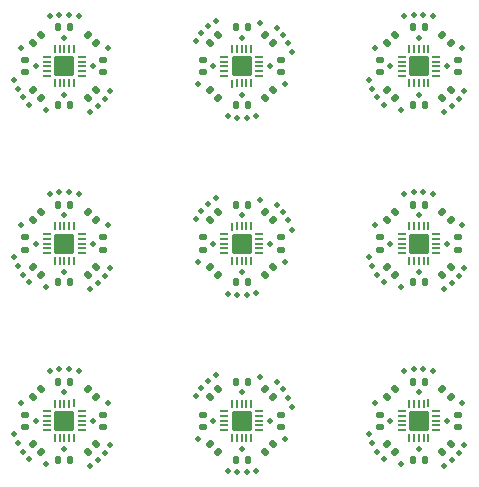
<source format=gbr>
%TF.GenerationSoftware,KiCad,Pcbnew,8.0.5-dirty*%
%TF.CreationDate,2025-01-28T00:49:07-05:00*%
%TF.ProjectId,prrpls406-panel,70727270-6c73-4343-9036-2d70616e656c,rev?*%
%TF.SameCoordinates,Original*%
%TF.FileFunction,Soldermask,Bot*%
%TF.FilePolarity,Negative*%
%FSLAX46Y46*%
G04 Gerber Fmt 4.6, Leading zero omitted, Abs format (unit mm)*
G04 Created by KiCad (PCBNEW 8.0.5-dirty) date 2025-01-28 00:49:07*
%MOMM*%
%LPD*%
G01*
G04 APERTURE LIST*
G04 Aperture macros list*
%AMRoundRect*
0 Rectangle with rounded corners*
0 $1 Rounding radius*
0 $2 $3 $4 $5 $6 $7 $8 $9 X,Y pos of 4 corners*
0 Add a 4 corners polygon primitive as box body*
4,1,4,$2,$3,$4,$5,$6,$7,$8,$9,$2,$3,0*
0 Add four circle primitives for the rounded corners*
1,1,$1+$1,$2,$3*
1,1,$1+$1,$4,$5*
1,1,$1+$1,$6,$7*
1,1,$1+$1,$8,$9*
0 Add four rect primitives between the rounded corners*
20,1,$1+$1,$2,$3,$4,$5,0*
20,1,$1+$1,$4,$5,$6,$7,0*
20,1,$1+$1,$6,$7,$8,$9,0*
20,1,$1+$1,$8,$9,$2,$3,0*%
G04 Aperture macros list end*
%ADD10C,0.500000*%
%ADD11RoundRect,0.042500X0.307500X-0.042500X0.307500X0.042500X-0.307500X0.042500X-0.307500X-0.042500X0*%
%ADD12RoundRect,0.042500X0.042500X0.307500X-0.042500X0.307500X-0.042500X-0.307500X0.042500X-0.307500X0*%
%ADD13RoundRect,0.170000X0.680000X0.680000X-0.680000X0.680000X-0.680000X-0.680000X0.680000X-0.680000X0*%
%ADD14RoundRect,0.135000X0.185000X-0.135000X0.185000X0.135000X-0.185000X0.135000X-0.185000X-0.135000X0*%
%ADD15RoundRect,0.135000X-0.226274X-0.035355X-0.035355X-0.226274X0.226274X0.035355X0.035355X0.226274X0*%
%ADD16RoundRect,0.135000X0.135000X0.185000X-0.135000X0.185000X-0.135000X-0.185000X0.135000X-0.185000X0*%
%ADD17RoundRect,0.135000X0.035355X-0.226274X0.226274X-0.035355X-0.035355X0.226274X-0.226274X0.035355X0*%
%ADD18RoundRect,0.135000X0.226274X0.035355X0.035355X0.226274X-0.226274X-0.035355X-0.035355X-0.226274X0*%
%ADD19RoundRect,0.135000X-0.035355X0.226274X-0.226274X0.035355X0.035355X-0.226274X0.226274X-0.035355X0*%
%ADD20RoundRect,0.135000X-0.135000X-0.185000X0.135000X-0.185000X0.135000X0.185000X-0.135000X0.185000X0*%
%ADD21RoundRect,0.042500X-0.307500X0.042500X-0.307500X-0.042500X0.307500X-0.042500X0.307500X0.042500X0*%
%ADD22RoundRect,0.042500X-0.042500X-0.307500X0.042500X-0.307500X0.042500X0.307500X-0.042500X0.307500X0*%
%ADD23RoundRect,0.170000X-0.680000X-0.680000X0.680000X-0.680000X0.680000X0.680000X-0.680000X0.680000X0*%
%ADD24RoundRect,0.135000X-0.185000X0.135000X-0.185000X-0.135000X0.185000X-0.135000X0.185000X0.135000X0*%
G04 APERTURE END LIST*
D10*
%TO.C,H2*%
X25529510Y-20304175D03*
%TD*%
%TO.C,H2*%
X7468042Y-27695213D03*
%TD*%
%TO.C,KiKit_MB_6_5*%
X22826131Y-13239695D03*
%TD*%
%TO.C,KiKit_MB_12_5*%
X10200244Y-19767586D03*
%TD*%
%TO.C,KiKit_MB_1_2*%
X6017721Y-12234933D03*
%TD*%
%TO.C,H2*%
X7468042Y-12695213D03*
%TD*%
%TO.C,KiKit_MB_7_2*%
X36017720Y-12234933D03*
%TD*%
%TO.C,H3*%
X42694294Y-37468961D03*
%TD*%
%TO.C,KiKit_MB_3_4*%
X9393976Y-4617698D03*
%TD*%
%TO.C,KiKit_MB_14_2*%
X20140446Y-21888078D03*
%TD*%
%TO.C,KiKit_MB_1_3*%
X5471749Y-11627860D03*
%TD*%
%TO.C,KiKit_MB_7_4*%
X35046706Y-10930827D03*
%TD*%
%TO.C,KiKit_MB_13_5*%
X28234580Y-22814292D03*
%TD*%
%TO.C,H1*%
X27694295Y-10530427D03*
%TD*%
%TO.C,H2*%
X25529510Y-5304175D03*
%TD*%
%TO.C,KiKit_MB_15_4*%
X23629678Y-28382723D03*
%TD*%
%TO.C,KiKit_MB_8_3*%
X42412624Y-11773808D03*
%TD*%
%TO.C,KiKit_MB_20_3*%
X12412911Y-41774035D03*
%TD*%
%TO.C,KiKit_MB_16_3*%
X35471940Y-26627717D03*
%TD*%
%TO.C,KiKit_MB_13_4*%
X27940956Y-22048369D03*
%TD*%
%TO.C,KiKit_MB_24_3*%
X24445790Y-43375769D03*
%TD*%
%TO.C,KiKit_MB_11_4*%
X11840871Y-27356409D03*
%TD*%
%TO.C,KiKit_MB_20_4*%
X11840871Y-42356409D03*
%TD*%
%TO.C,KiKit_MB_22_5*%
X28234580Y-37814292D03*
%TD*%
%TO.C,H3*%
X20303258Y-25530427D03*
%TD*%
%TO.C,KiKit_MB_19_2*%
X6017771Y-42234876D03*
%TD*%
%TO.C,H2*%
X25529510Y-35304175D03*
%TD*%
%TO.C,KiKit_MB_4_5*%
X28234580Y-7814293D03*
%TD*%
%TO.C,KiKit_MB_24_5*%
X22826211Y-43239416D03*
%TD*%
%TO.C,KiKit_MB_14_3*%
X20599349Y-21208753D03*
%TD*%
%TO.C,KiKit_MB_27_2*%
X37768859Y-34776601D03*
%TD*%
%TO.C,KiKit_MB_2_2*%
X12867290Y-11095677D03*
%TD*%
%TO.C,KiKit_MB_10_4*%
X5046424Y-25930962D03*
%TD*%
%TO.C,KiKit_MB_2_4*%
X11841028Y-12356594D03*
%TD*%
%TO.C,H2*%
X7468042Y-42695213D03*
%TD*%
%TO.C,KiKit_MB_17_3*%
X42412624Y-26773808D03*
%TD*%
%TO.C,H3*%
X42694294Y-22468961D03*
%TD*%
%TO.C,KiKit_MB_9_5*%
X40200133Y-4768007D03*
%TD*%
%TO.C,KiKit_MB_23_5*%
X21850676Y-35159898D03*
%TD*%
%TO.C,H3*%
X12694294Y-7468961D03*
%TD*%
%TO.C,KiKit_MB_2_3*%
X12412911Y-11774035D03*
%TD*%
%TO.C,KiKit_MB_26_4*%
X41840871Y-42356409D03*
%TD*%
%TO.C,H1*%
X27694295Y-25530427D03*
%TD*%
%TO.C,KiKit_MB_23_3*%
X20599183Y-36208616D03*
%TD*%
%TO.C,H1*%
X5303257Y-37468961D03*
%TD*%
%TO.C,KiKit_MB_13_2*%
X26957253Y-20744265D03*
%TD*%
%TO.C,KiKit_MB_26_3*%
X42412624Y-41773808D03*
%TD*%
%TO.C,KiKit_MB_5_2*%
X20140446Y-6888079D03*
%TD*%
%TO.C,KiKit_MB_16_5*%
X34757286Y-25167363D03*
%TD*%
%TO.C,KiKit_MB_25_5*%
X34756823Y-40167480D03*
%TD*%
%TO.C,KiKit_MB_22_4*%
X27940956Y-37048369D03*
%TD*%
%TO.C,KiKit_MB_11_3*%
X12412911Y-26774035D03*
%TD*%
%TO.C,KiKit_MB_4_4*%
X27940956Y-7048370D03*
%TD*%
%TO.C,H3*%
X20303258Y-10530427D03*
%TD*%
%TO.C,KiKit_MB_18_4*%
X39393976Y-19617697D03*
%TD*%
%TO.C,KiKit_MB_26_2*%
X42866953Y-41095481D03*
%TD*%
%TO.C,KiKit_MB_24_2*%
X25246677Y-43218307D03*
%TD*%
%TO.C,KiKit_MB_14_5*%
X21850921Y-20160314D03*
%TD*%
%TO.C,KiKit_MB_20_2*%
X12866953Y-41095481D03*
%TD*%
%TO.C,H2*%
X37468042Y-12695213D03*
%TD*%
%TO.C,KiKit_MB_25_3*%
X35471940Y-41627717D03*
%TD*%
%TO.C,KiKit_MB_17_2*%
X42866953Y-26095481D03*
%TD*%
%TO.C,H2*%
X37468042Y-42695213D03*
%TD*%
%TO.C,KiKit_MB_8_2*%
X42866953Y-11095481D03*
%TD*%
%TO.C,KiKit_MB_10_2*%
X6017771Y-27234876D03*
%TD*%
%TO.C,KiKit_MB_22_2*%
X26957253Y-35744265D03*
%TD*%
%TO.C,H1*%
X5303257Y-7468961D03*
%TD*%
%TO.C,KiKit_MB_19_5*%
X4757287Y-40167363D03*
%TD*%
%TO.C,KiKit_MB_15_5*%
X22826109Y-28239769D03*
%TD*%
%TO.C,KiKit_MB_23_4*%
X21175721Y-35625629D03*
%TD*%
%TO.C,KiKit_MB_9_3*%
X38573975Y-4621742D03*
%TD*%
%TO.C,KiKit_MB_11_2*%
X12866953Y-26095481D03*
%TD*%
%TO.C,KiKit_MB_26_5*%
X41171862Y-42824079D03*
%TD*%
%TO.C,KiKit_MB_6_2*%
X25246823Y-13218765D03*
%TD*%
%TO.C,KiKit_MB_25_2*%
X36017720Y-42234933D03*
%TD*%
%TO.C,KiKit_MB_5_4*%
X21175926Y-5625883D03*
%TD*%
%TO.C,KiKit_MB_20_5*%
X11171862Y-42824079D03*
%TD*%
%TO.C,H2*%
X37468042Y-27695213D03*
%TD*%
%TO.C,KiKit_MB_24_4*%
X23629678Y-43382723D03*
%TD*%
%TO.C,KiKit_MB_9_4*%
X39393976Y-4617698D03*
%TD*%
%TO.C,KiKit_MB_7_3*%
X35471748Y-11627860D03*
%TD*%
%TO.C,KiKit_MB_21_3*%
X8573961Y-34621576D03*
%TD*%
%TO.C,KiKit_MB_15_2*%
X25246823Y-28218765D03*
%TD*%
%TO.C,KiKit_MB_11_5*%
X11171862Y-27824079D03*
%TD*%
%TO.C,H3*%
X42694294Y-7468961D03*
%TD*%
%TO.C,KiKit_MB_9_2*%
X37768859Y-4776602D03*
%TD*%
%TO.C,H1*%
X35303257Y-37468961D03*
%TD*%
%TO.C,KiKit_MB_18_5*%
X40200244Y-19767586D03*
%TD*%
%TO.C,KiKit_MB_25_4*%
X35046541Y-40930906D03*
%TD*%
%TO.C,KiKit_MB_4_3*%
X27510965Y-6349671D03*
%TD*%
%TO.C,KiKit_MB_16_4*%
X35046541Y-25930906D03*
%TD*%
%TO.C,KiKit_MB_2_5*%
X11171862Y-12824079D03*
%TD*%
%TO.C,KiKit_MB_23_2*%
X20140264Y-36887979D03*
%TD*%
%TO.C,H1*%
X35303257Y-22468961D03*
%TD*%
%TO.C,KiKit_MB_19_3*%
X5471749Y-41627860D03*
%TD*%
%TO.C,KiKit_MB_27_5*%
X40200133Y-34768006D03*
%TD*%
%TO.C,KiKit_MB_17_4*%
X41840871Y-27356409D03*
%TD*%
%TO.C,KiKit_MB_1_5*%
X4757287Y-10167363D03*
%TD*%
%TO.C,KiKit_MB_6_3*%
X24445805Y-13375896D03*
%TD*%
%TO.C,KiKit_MB_7_5*%
X34757286Y-10167363D03*
%TD*%
%TO.C,KiKit_MB_3_2*%
X7768860Y-4776602D03*
%TD*%
%TO.C,KiKit_MB_6_4*%
X23629678Y-13382723D03*
%TD*%
%TO.C,KiKit_MB_3_5*%
X10200133Y-4768007D03*
%TD*%
%TO.C,KiKit_MB_21_4*%
X9393975Y-34617708D03*
%TD*%
%TO.C,KiKit_MB_12_4*%
X9393976Y-19617697D03*
%TD*%
%TO.C,KiKit_MB_8_5*%
X41171778Y-12823929D03*
%TD*%
%TO.C,KiKit_MB_13_3*%
X27510965Y-21349670D03*
%TD*%
%TO.C,KiKit_MB_10_3*%
X5471749Y-26627860D03*
%TD*%
%TO.C,KiKit_MB_27_3*%
X38573960Y-34621576D03*
%TD*%
%TO.C,H1*%
X35303257Y-7468961D03*
%TD*%
%TO.C,KiKit_MB_4_2*%
X26957550Y-5743950D03*
%TD*%
%TO.C,KiKit_MB_18_2*%
X37768931Y-19776847D03*
%TD*%
%TO.C,KiKit_MB_21_5*%
X10200133Y-34768006D03*
%TD*%
%TO.C,KiKit_MB_1_4*%
X5046542Y-10930906D03*
%TD*%
%TO.C,KiKit_MB_8_4*%
X41841028Y-12356594D03*
%TD*%
%TO.C,KiKit_MB_27_4*%
X39393976Y-34617697D03*
%TD*%
%TO.C,H3*%
X12694294Y-37468961D03*
%TD*%
%TO.C,KiKit_MB_12_3*%
X8573961Y-19621576D03*
%TD*%
%TO.C,KiKit_MB_16_2*%
X36017720Y-27234933D03*
%TD*%
%TO.C,H1*%
X27694295Y-40530427D03*
%TD*%
%TO.C,KiKit_MB_10_5*%
X4757287Y-25167363D03*
%TD*%
%TO.C,KiKit_MB_22_3*%
X27510965Y-36349670D03*
%TD*%
%TO.C,KiKit_MB_17_5*%
X41171862Y-27824079D03*
%TD*%
%TO.C,H1*%
X5303257Y-22468961D03*
%TD*%
%TO.C,KiKit_MB_5_3*%
X20599349Y-6208754D03*
%TD*%
%TO.C,KiKit_MB_3_3*%
X8573976Y-4621742D03*
%TD*%
%TO.C,KiKit_MB_21_2*%
X7768860Y-34776601D03*
%TD*%
%TO.C,KiKit_MB_12_2*%
X7768932Y-19776847D03*
%TD*%
%TO.C,H3*%
X12694294Y-22468961D03*
%TD*%
%TO.C,KiKit_MB_5_5*%
X21850676Y-5159899D03*
%TD*%
%TO.C,KiKit_MB_18_3*%
X38573960Y-19621576D03*
%TD*%
%TO.C,KiKit_MB_14_4*%
X21175684Y-20625583D03*
%TD*%
%TO.C,KiKit_MB_19_4*%
X5046542Y-40930906D03*
%TD*%
%TO.C,H3*%
X20303258Y-40530427D03*
%TD*%
%TO.C,KiKit_MB_15_3*%
X24445805Y-28375896D03*
%TD*%
D11*
%TO.C,U1*%
X25438776Y-38199694D03*
X25448776Y-38599694D03*
X25448776Y-38999694D03*
X25448776Y-39399694D03*
X25448776Y-39799694D03*
D12*
X24798776Y-40449694D03*
X24398776Y-40449694D03*
X23998776Y-40449694D03*
X23598776Y-40449694D03*
X23198776Y-40459693D03*
D11*
X22548776Y-39799694D03*
X22548776Y-39399694D03*
X22548776Y-38999694D03*
X22548776Y-38599694D03*
X22538777Y-38199694D03*
D12*
X23198776Y-37559694D03*
X23598776Y-37549694D03*
X23998776Y-37549694D03*
X24398776Y-37549694D03*
X24798776Y-37549694D03*
D13*
X23998776Y-38999694D03*
%TD*%
D14*
%TO.C,R7*%
X12298776Y-9509694D03*
X12298776Y-8489694D03*
%TD*%
D15*
%TO.C,C1*%
X36304699Y-10972523D03*
X37025947Y-11693771D03*
%TD*%
D14*
%TO.C,R7*%
X42298776Y-24509694D03*
X42298776Y-23489694D03*
%TD*%
D10*
%TO.C,TP3*%
X41398776Y-38999694D03*
%TD*%
%TO.C,TP4*%
X8998776Y-41399694D03*
%TD*%
D16*
%TO.C,R1*%
X39508776Y-5699694D03*
X38488776Y-5699694D03*
%TD*%
%TO.C,R1*%
X39508776Y-35699694D03*
X38488776Y-35699694D03*
%TD*%
D17*
%TO.C,R6*%
X10971604Y-26693771D03*
X11692852Y-25972523D03*
%TD*%
D18*
%TO.C,R4*%
X41692852Y-7026866D03*
X40971604Y-6305618D03*
%TD*%
D17*
%TO.C,R6*%
X40971604Y-41693771D03*
X41692852Y-40972523D03*
%TD*%
D10*
%TO.C,TP2*%
X36598776Y-23999694D03*
%TD*%
D18*
%TO.C,R4*%
X11692852Y-7026866D03*
X10971604Y-6305618D03*
%TD*%
D10*
%TO.C,TP3*%
X11398776Y-8999694D03*
%TD*%
D19*
%TO.C,R6*%
X22025948Y-36305617D03*
X21304700Y-37026865D03*
%TD*%
D20*
%TO.C,R5*%
X8488776Y-27299694D03*
X9508776Y-27299694D03*
%TD*%
D10*
%TO.C,TP3*%
X11398776Y-38999694D03*
%TD*%
D15*
%TO.C,R4*%
X21304700Y-10972522D03*
X22025948Y-11693770D03*
%TD*%
D20*
%TO.C,R5*%
X38488776Y-27299694D03*
X39508776Y-27299694D03*
%TD*%
D18*
%TO.C,C1*%
X26692853Y-37026865D03*
X25971605Y-36305617D03*
%TD*%
D14*
%TO.C,R7*%
X12298776Y-24509694D03*
X12298776Y-23489694D03*
%TD*%
D10*
%TO.C,TP1*%
X8998776Y-36599694D03*
%TD*%
%TO.C,TP2*%
X26398776Y-23999694D03*
%TD*%
D16*
%TO.C,R5*%
X24508776Y-35699694D03*
X23488776Y-35699694D03*
%TD*%
D15*
%TO.C,C1*%
X6304699Y-10972523D03*
X7025947Y-11693771D03*
%TD*%
D18*
%TO.C,C1*%
X26692853Y-22026865D03*
X25971605Y-21305617D03*
%TD*%
D10*
%TO.C,TP4*%
X38998776Y-26399694D03*
%TD*%
D14*
%TO.C,R3*%
X27298776Y-9509694D03*
X27298776Y-8489694D03*
%TD*%
D21*
%TO.C,U1*%
X7558776Y-24799694D03*
X7548776Y-24399694D03*
X7548776Y-23999694D03*
X7548776Y-23599694D03*
X7548776Y-23199694D03*
D22*
X8198776Y-22549694D03*
X8598776Y-22549694D03*
X8998776Y-22549694D03*
X9398776Y-22549694D03*
X9798776Y-22539695D03*
D21*
X10448776Y-23199694D03*
X10448776Y-23599694D03*
X10448776Y-23999694D03*
X10448776Y-24399694D03*
X10458775Y-24799694D03*
D22*
X9798776Y-25439694D03*
X9398776Y-25449694D03*
X8998776Y-25449694D03*
X8598776Y-25449694D03*
X8198776Y-25449694D03*
D23*
X8998776Y-23999694D03*
%TD*%
D18*
%TO.C,R4*%
X41692852Y-37026866D03*
X40971604Y-36305618D03*
%TD*%
D16*
%TO.C,R5*%
X24508776Y-20699694D03*
X23488776Y-20699694D03*
%TD*%
D19*
%TO.C,R6*%
X22025948Y-6305617D03*
X21304700Y-7026865D03*
%TD*%
D20*
%TO.C,R1*%
X23488776Y-42299694D03*
X24508776Y-42299694D03*
%TD*%
D10*
%TO.C,TP1*%
X23998776Y-26399694D03*
%TD*%
D14*
%TO.C,R7*%
X42298776Y-9509694D03*
X42298776Y-8489694D03*
%TD*%
D24*
%TO.C,R3*%
X35698776Y-38489694D03*
X35698776Y-39509694D03*
%TD*%
D10*
%TO.C,TP4*%
X23998776Y-6599694D03*
%TD*%
%TO.C,TP2*%
X36598776Y-8999694D03*
%TD*%
D19*
%TO.C,R2*%
X7025947Y-6305618D03*
X6304699Y-7026866D03*
%TD*%
D15*
%TO.C,C1*%
X6304699Y-25972523D03*
X7025947Y-26693771D03*
%TD*%
D21*
%TO.C,U1*%
X37558776Y-24799694D03*
X37548776Y-24399694D03*
X37548776Y-23999694D03*
X37548776Y-23599694D03*
X37548776Y-23199694D03*
D22*
X38198776Y-22549694D03*
X38598776Y-22549694D03*
X38998776Y-22549694D03*
X39398776Y-22549694D03*
X39798776Y-22539695D03*
D21*
X40448776Y-23199694D03*
X40448776Y-23599694D03*
X40448776Y-23999694D03*
X40448776Y-24399694D03*
X40458775Y-24799694D03*
D22*
X39798776Y-25439694D03*
X39398776Y-25449694D03*
X38998776Y-25449694D03*
X38598776Y-25449694D03*
X38198776Y-25449694D03*
D23*
X38998776Y-23999694D03*
%TD*%
D21*
%TO.C,U1*%
X7558776Y-9799694D03*
X7548776Y-9399694D03*
X7548776Y-8999694D03*
X7548776Y-8599694D03*
X7548776Y-8199694D03*
D22*
X8198776Y-7549694D03*
X8598776Y-7549694D03*
X8998776Y-7549694D03*
X9398776Y-7549694D03*
X9798776Y-7539695D03*
D21*
X10448776Y-8199694D03*
X10448776Y-8599694D03*
X10448776Y-8999694D03*
X10448776Y-9399694D03*
X10458775Y-9799694D03*
D22*
X9798776Y-10439694D03*
X9398776Y-10449694D03*
X8998776Y-10449694D03*
X8598776Y-10449694D03*
X8198776Y-10449694D03*
D23*
X8998776Y-8999694D03*
%TD*%
D10*
%TO.C,TP1*%
X8998776Y-21599694D03*
%TD*%
%TO.C,TP1*%
X23998776Y-41399694D03*
%TD*%
D14*
%TO.C,R3*%
X27298776Y-24509694D03*
X27298776Y-23489694D03*
%TD*%
D18*
%TO.C,C1*%
X26692853Y-7026865D03*
X25971605Y-6305617D03*
%TD*%
D14*
%TO.C,R7*%
X12298776Y-39509694D03*
X12298776Y-38489694D03*
%TD*%
D17*
%TO.C,R6*%
X10971604Y-11693771D03*
X11692852Y-10972523D03*
%TD*%
D10*
%TO.C,TP1*%
X38998776Y-21599694D03*
%TD*%
%TO.C,TP3*%
X11398776Y-23999694D03*
%TD*%
D20*
%TO.C,R5*%
X8488776Y-42299694D03*
X9508776Y-42299694D03*
%TD*%
D10*
%TO.C,TP3*%
X21598776Y-38999694D03*
%TD*%
D17*
%TO.C,R2*%
X25971605Y-11693770D03*
X26692853Y-10972522D03*
%TD*%
D18*
%TO.C,R4*%
X11692852Y-37026866D03*
X10971604Y-36305618D03*
%TD*%
D17*
%TO.C,R6*%
X10971604Y-41693771D03*
X11692852Y-40972523D03*
%TD*%
D10*
%TO.C,TP4*%
X8998776Y-11399694D03*
%TD*%
D19*
%TO.C,R6*%
X22025948Y-21305617D03*
X21304700Y-22026865D03*
%TD*%
D10*
%TO.C,TP4*%
X23998776Y-36599694D03*
%TD*%
%TO.C,TP3*%
X21598776Y-23999694D03*
%TD*%
%TO.C,TP2*%
X6598776Y-23999694D03*
%TD*%
%TO.C,TP2*%
X6598776Y-38999694D03*
%TD*%
D15*
%TO.C,C1*%
X6304699Y-40972523D03*
X7025947Y-41693771D03*
%TD*%
D19*
%TO.C,R2*%
X37025947Y-6305618D03*
X36304699Y-7026866D03*
%TD*%
D24*
%TO.C,R3*%
X5698776Y-38489694D03*
X5698776Y-39509694D03*
%TD*%
D10*
%TO.C,TP3*%
X21598776Y-8999694D03*
%TD*%
D20*
%TO.C,R5*%
X8488776Y-12299694D03*
X9508776Y-12299694D03*
%TD*%
D10*
%TO.C,TP4*%
X38998776Y-41399694D03*
%TD*%
D24*
%TO.C,R3*%
X5698776Y-8489694D03*
X5698776Y-9509694D03*
%TD*%
D15*
%TO.C,C1*%
X36304699Y-25972523D03*
X37025947Y-26693771D03*
%TD*%
D16*
%TO.C,R1*%
X9508776Y-35699694D03*
X8488776Y-35699694D03*
%TD*%
D24*
%TO.C,R3*%
X35698776Y-8489694D03*
X35698776Y-9509694D03*
%TD*%
D18*
%TO.C,R4*%
X41692852Y-22026866D03*
X40971604Y-21305618D03*
%TD*%
D24*
%TO.C,R7*%
X20698776Y-38489694D03*
X20698776Y-39509694D03*
%TD*%
D10*
%TO.C,TP3*%
X41398776Y-23999694D03*
%TD*%
D17*
%TO.C,R6*%
X40971604Y-26693771D03*
X41692852Y-25972523D03*
%TD*%
D19*
%TO.C,R2*%
X7025947Y-36305618D03*
X6304699Y-37026866D03*
%TD*%
D11*
%TO.C,U1*%
X25438776Y-8199694D03*
X25448776Y-8599694D03*
X25448776Y-8999694D03*
X25448776Y-9399694D03*
X25448776Y-9799694D03*
D12*
X24798776Y-10449694D03*
X24398776Y-10449694D03*
X23998776Y-10449694D03*
X23598776Y-10449694D03*
X23198776Y-10459693D03*
D11*
X22548776Y-9799694D03*
X22548776Y-9399694D03*
X22548776Y-8999694D03*
X22548776Y-8599694D03*
X22538777Y-8199694D03*
D12*
X23198776Y-7559694D03*
X23598776Y-7549694D03*
X23998776Y-7549694D03*
X24398776Y-7549694D03*
X24798776Y-7549694D03*
D13*
X23998776Y-8999694D03*
%TD*%
D10*
%TO.C,TP4*%
X38998776Y-11399694D03*
%TD*%
D16*
%TO.C,R1*%
X39508776Y-20699694D03*
X38488776Y-20699694D03*
%TD*%
D14*
%TO.C,R3*%
X27298776Y-39509694D03*
X27298776Y-38489694D03*
%TD*%
D10*
%TO.C,TP3*%
X41398776Y-8999694D03*
%TD*%
D16*
%TO.C,R1*%
X9508776Y-5699694D03*
X8488776Y-5699694D03*
%TD*%
D18*
%TO.C,R4*%
X11692852Y-22026866D03*
X10971604Y-21305618D03*
%TD*%
D10*
%TO.C,TP2*%
X36598776Y-38999694D03*
%TD*%
D15*
%TO.C,R4*%
X21304700Y-25972522D03*
X22025948Y-26693770D03*
%TD*%
D24*
%TO.C,R3*%
X35698776Y-23489694D03*
X35698776Y-24509694D03*
%TD*%
D10*
%TO.C,TP4*%
X8998776Y-26399694D03*
%TD*%
D20*
%TO.C,R1*%
X23488776Y-12299694D03*
X24508776Y-12299694D03*
%TD*%
D17*
%TO.C,R2*%
X25971605Y-26693770D03*
X26692853Y-25972522D03*
%TD*%
D15*
%TO.C,R4*%
X21304700Y-40972522D03*
X22025948Y-41693770D03*
%TD*%
%TO.C,C1*%
X36304699Y-40972523D03*
X37025947Y-41693771D03*
%TD*%
D24*
%TO.C,R7*%
X20698776Y-8489694D03*
X20698776Y-9509694D03*
%TD*%
%TO.C,R7*%
X20698776Y-23489694D03*
X20698776Y-24509694D03*
%TD*%
D10*
%TO.C,TP1*%
X8998776Y-6599694D03*
%TD*%
D19*
%TO.C,R2*%
X37025947Y-36305618D03*
X36304699Y-37026866D03*
%TD*%
%TO.C,R2*%
X37025947Y-21305618D03*
X36304699Y-22026866D03*
%TD*%
D21*
%TO.C,U1*%
X37558776Y-9799694D03*
X37548776Y-9399694D03*
X37548776Y-8999694D03*
X37548776Y-8599694D03*
X37548776Y-8199694D03*
D22*
X38198776Y-7549694D03*
X38598776Y-7549694D03*
X38998776Y-7549694D03*
X39398776Y-7549694D03*
X39798776Y-7539695D03*
D21*
X40448776Y-8199694D03*
X40448776Y-8599694D03*
X40448776Y-8999694D03*
X40448776Y-9399694D03*
X40458775Y-9799694D03*
D22*
X39798776Y-10439694D03*
X39398776Y-10449694D03*
X38998776Y-10449694D03*
X38598776Y-10449694D03*
X38198776Y-10449694D03*
D23*
X38998776Y-8999694D03*
%TD*%
D10*
%TO.C,TP2*%
X26398776Y-8999694D03*
%TD*%
%TO.C,TP4*%
X23998776Y-21599694D03*
%TD*%
D14*
%TO.C,R7*%
X42298776Y-39509694D03*
X42298776Y-38489694D03*
%TD*%
D16*
%TO.C,R5*%
X24508776Y-5699694D03*
X23488776Y-5699694D03*
%TD*%
D20*
%TO.C,R5*%
X38488776Y-42299694D03*
X39508776Y-42299694D03*
%TD*%
D11*
%TO.C,U1*%
X25438776Y-23199694D03*
X25448776Y-23599694D03*
X25448776Y-23999694D03*
X25448776Y-24399694D03*
X25448776Y-24799694D03*
D12*
X24798776Y-25449694D03*
X24398776Y-25449694D03*
X23998776Y-25449694D03*
X23598776Y-25449694D03*
X23198776Y-25459693D03*
D11*
X22548776Y-24799694D03*
X22548776Y-24399694D03*
X22548776Y-23999694D03*
X22548776Y-23599694D03*
X22538777Y-23199694D03*
D12*
X23198776Y-22559694D03*
X23598776Y-22549694D03*
X23998776Y-22549694D03*
X24398776Y-22549694D03*
X24798776Y-22549694D03*
D13*
X23998776Y-23999694D03*
%TD*%
D17*
%TO.C,R2*%
X25971605Y-41693770D03*
X26692853Y-40972522D03*
%TD*%
D10*
%TO.C,TP2*%
X26398776Y-38999694D03*
%TD*%
D20*
%TO.C,R1*%
X23488776Y-27299694D03*
X24508776Y-27299694D03*
%TD*%
D19*
%TO.C,R2*%
X7025947Y-21305618D03*
X6304699Y-22026866D03*
%TD*%
D10*
%TO.C,TP1*%
X38998776Y-36599694D03*
%TD*%
D20*
%TO.C,R5*%
X38488776Y-12299694D03*
X39508776Y-12299694D03*
%TD*%
D21*
%TO.C,U1*%
X7558776Y-39799694D03*
X7548776Y-39399694D03*
X7548776Y-38999694D03*
X7548776Y-38599694D03*
X7548776Y-38199694D03*
D22*
X8198776Y-37549694D03*
X8598776Y-37549694D03*
X8998776Y-37549694D03*
X9398776Y-37549694D03*
X9798776Y-37539695D03*
D21*
X10448776Y-38199694D03*
X10448776Y-38599694D03*
X10448776Y-38999694D03*
X10448776Y-39399694D03*
X10458775Y-39799694D03*
D22*
X9798776Y-40439694D03*
X9398776Y-40449694D03*
X8998776Y-40449694D03*
X8598776Y-40449694D03*
X8198776Y-40449694D03*
D23*
X8998776Y-38999694D03*
%TD*%
D16*
%TO.C,R1*%
X9508776Y-20699694D03*
X8488776Y-20699694D03*
%TD*%
D10*
%TO.C,TP1*%
X23998776Y-11399694D03*
%TD*%
D17*
%TO.C,R6*%
X40971604Y-11693771D03*
X41692852Y-10972523D03*
%TD*%
D24*
%TO.C,R3*%
X5698776Y-23489694D03*
X5698776Y-24509694D03*
%TD*%
D10*
%TO.C,TP1*%
X38998776Y-6599694D03*
%TD*%
D21*
%TO.C,U1*%
X37558776Y-39799694D03*
X37548776Y-39399694D03*
X37548776Y-38999694D03*
X37548776Y-38599694D03*
X37548776Y-38199694D03*
D22*
X38198776Y-37549694D03*
X38598776Y-37549694D03*
X38998776Y-37549694D03*
X39398776Y-37549694D03*
X39798776Y-37539695D03*
D21*
X40448776Y-38199694D03*
X40448776Y-38599694D03*
X40448776Y-38999694D03*
X40448776Y-39399694D03*
X40458775Y-39799694D03*
D22*
X39798776Y-40439694D03*
X39398776Y-40449694D03*
X38998776Y-40449694D03*
X38598776Y-40449694D03*
X38198776Y-40449694D03*
D23*
X38998776Y-38999694D03*
%TD*%
D10*
%TO.C,TP2*%
X6598776Y-8999694D03*
%TD*%
M02*

</source>
